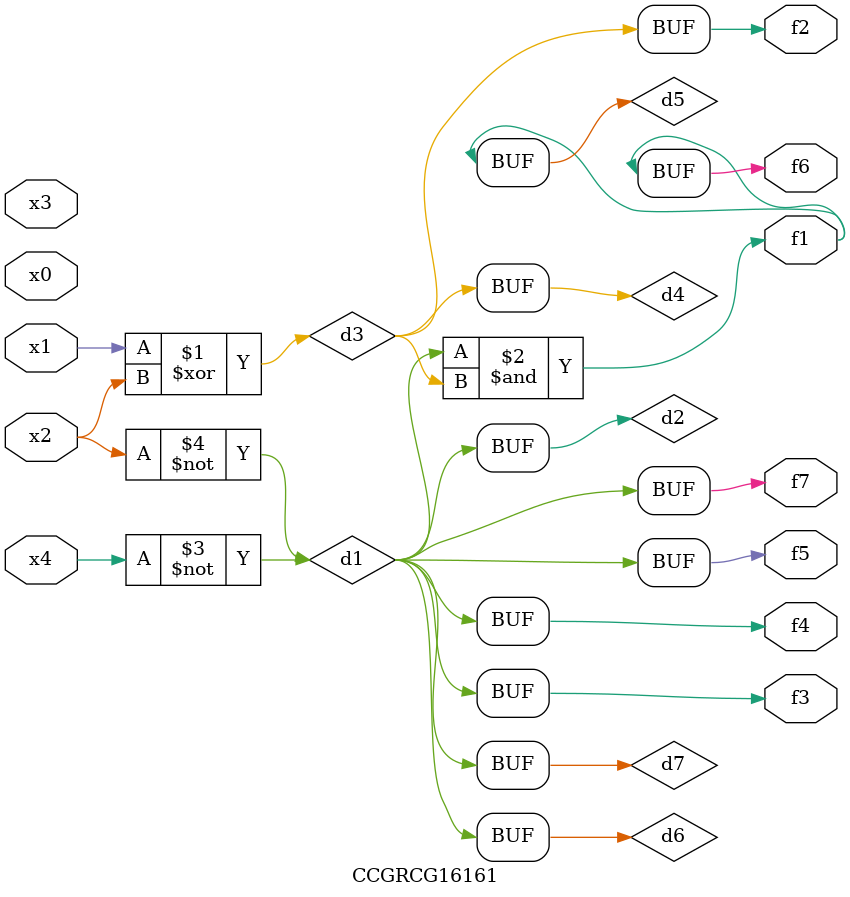
<source format=v>
module CCGRCG16161(
	input x0, x1, x2, x3, x4,
	output f1, f2, f3, f4, f5, f6, f7
);

	wire d1, d2, d3, d4, d5, d6, d7;

	not (d1, x4);
	not (d2, x2);
	xor (d3, x1, x2);
	buf (d4, d3);
	and (d5, d1, d3);
	buf (d6, d1, d2);
	buf (d7, d2);
	assign f1 = d5;
	assign f2 = d4;
	assign f3 = d7;
	assign f4 = d7;
	assign f5 = d7;
	assign f6 = d5;
	assign f7 = d7;
endmodule

</source>
